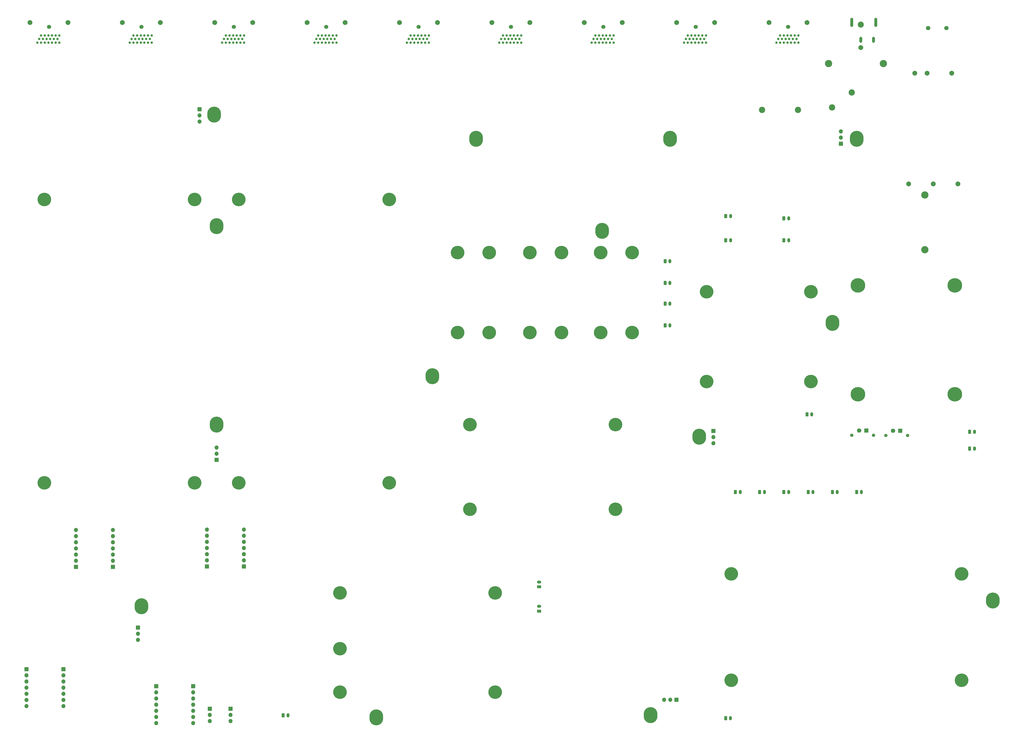
<source format=gbr>
%TF.GenerationSoftware,KiCad,Pcbnew,8.0.4*%
%TF.CreationDate,2025-04-25T16:11:04-06:00*%
%TF.ProjectId,motherboard_v1,6d6f7468-6572-4626-9f61-72645f76312e,rev?*%
%TF.SameCoordinates,Original*%
%TF.FileFunction,Soldermask,Bot*%
%TF.FilePolarity,Negative*%
%FSLAX46Y46*%
G04 Gerber Fmt 4.6, Leading zero omitted, Abs format (unit mm)*
G04 Created by KiCad (PCBNEW 8.0.4) date 2025-04-25 16:11:04*
%MOMM*%
%LPD*%
G01*
G04 APERTURE LIST*
G04 Aperture macros list*
%AMRoundRect*
0 Rectangle with rounded corners*
0 $1 Rounding radius*
0 $2 $3 $4 $5 $6 $7 $8 $9 X,Y pos of 4 corners*
0 Add a 4 corners polygon primitive as box body*
4,1,4,$2,$3,$4,$5,$6,$7,$8,$9,$2,$3,0*
0 Add four circle primitives for the rounded corners*
1,1,$1+$1,$2,$3*
1,1,$1+$1,$4,$5*
1,1,$1+$1,$6,$7*
1,1,$1+$1,$8,$9*
0 Add four rect primitives between the rounded corners*
20,1,$1+$1,$2,$3,$4,$5,0*
20,1,$1+$1,$4,$5,$6,$7,0*
20,1,$1+$1,$6,$7,$8,$9,0*
20,1,$1+$1,$8,$9,$2,$3,0*%
G04 Aperture macros list end*
%ADD10O,5.600000X6.600000*%
%ADD11C,2.000000*%
%ADD12C,1.700000*%
%ADD13C,1.000000*%
%ADD14RoundRect,0.250000X0.625000X-0.350000X0.625000X0.350000X-0.625000X0.350000X-0.625000X-0.350000X0*%
%ADD15O,1.750000X1.200000*%
%ADD16RoundRect,0.250000X-0.350000X-0.625000X0.350000X-0.625000X0.350000X0.625000X-0.350000X0.625000X0*%
%ADD17O,1.200000X1.750000*%
%ADD18C,1.350000*%
%ADD19R,1.800000X1.800000*%
%ADD20C,1.800000*%
%ADD21R,1.700000X1.700000*%
%ADD22O,1.700000X1.700000*%
%ADD23C,2.600000*%
%ADD24C,2.500000*%
%ADD25O,1.200000X3.800000*%
%ADD26O,1.200000X2.500000*%
%ADD27C,5.600000*%
%ADD28C,3.000000*%
%ADD29C,6.000000*%
G04 APERTURE END LIST*
D10*
%TO.C,H7*%
X265050000Y-288150000D03*
%TD*%
D11*
%TO.C,U2*%
X373960000Y-22990000D03*
X379040000Y-22990000D03*
X389200000Y-22990000D03*
X391740000Y-68710000D03*
X381580000Y-68710000D03*
X371420000Y-68710000D03*
%TD*%
D12*
%TO.C,J7*%
X245500000Y-3900000D03*
D13*
X240750000Y-10400000D03*
X241500000Y-8900000D03*
X242250000Y-10400000D03*
X242250000Y-7400000D03*
X243000000Y-8900000D03*
X243750000Y-7400000D03*
X243750000Y-10400000D03*
X244500000Y-8900000D03*
X245250000Y-10400000D03*
X245250000Y-7400000D03*
X246000000Y-8900000D03*
X246750000Y-7400000D03*
X246750000Y-10400000D03*
X247500000Y-8900000D03*
X248250000Y-10400000D03*
X248250000Y-7400000D03*
X249000000Y-8900000D03*
X249750000Y-7400000D03*
X249750000Y-10400000D03*
D11*
X253350000Y-2100000D03*
X237650000Y-2100000D03*
%TD*%
D14*
%TO.C,UartMux1*%
X219000000Y-235150000D03*
D15*
X219000000Y-233150000D03*
%TD*%
D16*
%TO.C,J45*%
X296000000Y-92000000D03*
D17*
X298000000Y-92000000D03*
%TD*%
D12*
%TO.C,J3*%
X93100000Y-3900000D03*
D13*
X88350000Y-10400000D03*
X89100000Y-8900000D03*
X89850000Y-10400000D03*
X89850000Y-7400000D03*
X90600000Y-8900000D03*
X91350000Y-7400000D03*
X91350000Y-10400000D03*
X92100000Y-8900000D03*
X92850000Y-10400000D03*
X92850000Y-7400000D03*
X93600000Y-8900000D03*
X94350000Y-7400000D03*
X94350000Y-10400000D03*
X95100000Y-8900000D03*
X95850000Y-10400000D03*
X95850000Y-7400000D03*
X96600000Y-8900000D03*
X97350000Y-7400000D03*
X97350000Y-10400000D03*
D11*
X100950000Y-2100000D03*
X85250000Y-2100000D03*
%TD*%
D18*
%TO.C,J10*%
X348000000Y-172561726D03*
X357000000Y-172561726D03*
D19*
X354000000Y-170601726D03*
D20*
X351000000Y-170601726D03*
%TD*%
D21*
%TO.C,q10*%
X43310000Y-226900000D03*
D22*
X43310000Y-224360000D03*
X43310000Y-221820000D03*
X43310000Y-219280000D03*
X43310000Y-216740000D03*
X43310000Y-214200000D03*
X43310000Y-211660000D03*
%TD*%
D16*
%TO.C,J18*%
X113475000Y-288175000D03*
D17*
X115475000Y-288175000D03*
%TD*%
D23*
%TO.C,J51*%
X311000000Y-38150000D03*
%TD*%
D16*
%TO.C,J35*%
X350000000Y-196000000D03*
D17*
X352000000Y-196000000D03*
%TD*%
D10*
%TO.C,H12*%
X273050000Y-50150000D03*
%TD*%
D21*
%TO.C,J57*%
X53625000Y-251947000D03*
D22*
X53625000Y-254487000D03*
X53625000Y-257027000D03*
%TD*%
D16*
%TO.C,HPHpower1*%
X329490000Y-163946726D03*
D17*
X331490000Y-163946726D03*
%TD*%
D12*
%TO.C,J1*%
X16900000Y-3900000D03*
D13*
X12150000Y-10400000D03*
X12900000Y-8900000D03*
X13650000Y-10400000D03*
X13650000Y-7400000D03*
X14400000Y-8900000D03*
X15150000Y-7400000D03*
X15150000Y-10400000D03*
X15900000Y-8900000D03*
X16650000Y-10400000D03*
X16650000Y-7400000D03*
X17400000Y-8900000D03*
X18150000Y-7400000D03*
X18150000Y-10400000D03*
X18900000Y-8900000D03*
X19650000Y-10400000D03*
X19650000Y-7400000D03*
X20400000Y-8900000D03*
X21150000Y-7400000D03*
X21150000Y-10400000D03*
D11*
X24750000Y-2100000D03*
X9050000Y-2100000D03*
%TD*%
D23*
%TO.C,J16*%
X339860000Y-37170000D03*
%TD*%
D16*
%TO.C,WU_D_GND1*%
X396625000Y-171075000D03*
D17*
X398625000Y-171075000D03*
%TD*%
D16*
%TO.C,J41*%
X320000000Y-83000000D03*
D17*
X322000000Y-83000000D03*
%TD*%
D21*
%TO.C,q9*%
X28070000Y-226900000D03*
D22*
X28070000Y-224360000D03*
X28070000Y-221820000D03*
X28070000Y-219280000D03*
X28070000Y-216740000D03*
X28070000Y-214200000D03*
X28070000Y-211660000D03*
%TD*%
D20*
%TO.C,RV1*%
X379490000Y-4353000D03*
X386990000Y-4353000D03*
%TD*%
D21*
%TO.C,J52*%
X343539000Y-52165000D03*
D22*
X343539000Y-49625000D03*
X343539000Y-47085000D03*
%TD*%
D10*
%TO.C,H8*%
X55050000Y-243150000D03*
%TD*%
D24*
%TO.C,DC1*%
X351730000Y-2960000D03*
D25*
X357860000Y-2000000D03*
D26*
X356930000Y-9210000D03*
X351730000Y-9210000D03*
D11*
X351730000Y-12460000D03*
D25*
X348000000Y-2000000D03*
%TD*%
D10*
%TO.C,H2*%
X350050000Y-50150000D03*
%TD*%
D27*
%TO.C,H15*%
X298300000Y-229741726D03*
X298300000Y-273741726D03*
X393300000Y-229741726D03*
X393300000Y-273741726D03*
%TD*%
D12*
%TO.C,J6*%
X207400000Y-3900000D03*
D13*
X202650000Y-10400000D03*
X203400000Y-8900000D03*
X204150000Y-10400000D03*
X204150000Y-7400000D03*
X204900000Y-8900000D03*
X205650000Y-7400000D03*
X205650000Y-10400000D03*
X206400000Y-8900000D03*
X207150000Y-10400000D03*
X207150000Y-7400000D03*
X207900000Y-8900000D03*
X208650000Y-7400000D03*
X208650000Y-10400000D03*
X209400000Y-8900000D03*
X210150000Y-10400000D03*
X210150000Y-7400000D03*
X210900000Y-8900000D03*
X211650000Y-7400000D03*
X211650000Y-10400000D03*
D11*
X215250000Y-2100000D03*
X199550000Y-2100000D03*
%TD*%
D27*
%TO.C,L1*%
X15000000Y-192150000D03*
X77000000Y-192150000D03*
X15000000Y-75150000D03*
X77000000Y-75150000D03*
%TD*%
D21*
%TO.C,J55*%
X79000000Y-37920000D03*
D22*
X79000000Y-40460000D03*
X79000000Y-43000000D03*
%TD*%
D16*
%TO.C,C1-HP1-1*%
X271000000Y-100641726D03*
D17*
X273000000Y-100641726D03*
%TD*%
D21*
%TO.C,J54*%
X275721000Y-281795000D03*
D22*
X273181000Y-281795000D03*
X270641000Y-281795000D03*
%TD*%
D18*
%TO.C,J11*%
X362000000Y-172601726D03*
X371000000Y-172601726D03*
D19*
X368000000Y-170641726D03*
D20*
X365000000Y-170641726D03*
%TD*%
D12*
%TO.C,J4*%
X131200000Y-3900000D03*
D13*
X126450000Y-10400000D03*
X127200000Y-8900000D03*
X127950000Y-10400000D03*
X127950000Y-7400000D03*
X128700000Y-8900000D03*
X129450000Y-7400000D03*
X129450000Y-10400000D03*
X130200000Y-8900000D03*
X130950000Y-10400000D03*
X130950000Y-7400000D03*
X131700000Y-8900000D03*
X132450000Y-7400000D03*
X132450000Y-10400000D03*
X133200000Y-8900000D03*
X133950000Y-10400000D03*
X133950000Y-7400000D03*
X134700000Y-8900000D03*
X135450000Y-7400000D03*
X135450000Y-10400000D03*
D11*
X139050000Y-2100000D03*
X123350000Y-2100000D03*
%TD*%
D10*
%TO.C,H9*%
X193050000Y-50150000D03*
%TD*%
D16*
%TO.C,J38*%
X330000000Y-196000000D03*
D17*
X332000000Y-196000000D03*
%TD*%
D27*
%TO.C,D3*%
X215266548Y-130141726D03*
X228266548Y-130141726D03*
X215266548Y-97141726D03*
X228266548Y-97141726D03*
%TD*%
%TO.C,D4*%
X185433274Y-130141726D03*
X198433274Y-130141726D03*
X185433274Y-97141726D03*
X198433274Y-97141726D03*
%TD*%
D10*
%TO.C,H1*%
X85050000Y-40150000D03*
%TD*%
D16*
%TO.C,J44*%
X320000000Y-92000000D03*
D17*
X322000000Y-92000000D03*
%TD*%
D28*
%TO.C,F2*%
X378100000Y-73350000D03*
X378100000Y-95950000D03*
%TD*%
D16*
%TO.C,J32*%
X340000000Y-196000000D03*
D17*
X342000000Y-196000000D03*
%TD*%
D10*
%TO.C,H13*%
X340050000Y-126150000D03*
%TD*%
D21*
%TO.C,J12*%
X91825000Y-285475000D03*
D22*
X91825000Y-288015000D03*
X91825000Y-290555000D03*
%TD*%
D16*
%TO.C,J42*%
X296000000Y-82000000D03*
D17*
X298000000Y-82000000D03*
%TD*%
D27*
%TO.C,L2*%
X95200000Y-192150000D03*
X157200000Y-192150000D03*
X95200000Y-75150000D03*
X157200000Y-75150000D03*
%TD*%
D21*
%TO.C,q2*%
X61110000Y-276150000D03*
D22*
X61110000Y-278690000D03*
X61110000Y-281230000D03*
X61110000Y-283770000D03*
X61110000Y-286310000D03*
X61110000Y-288850000D03*
X61110000Y-291390000D03*
D21*
X76350000Y-276150000D03*
D22*
X76350000Y-278690000D03*
X76350000Y-281230000D03*
X76350000Y-283770000D03*
X76350000Y-286310000D03*
X76350000Y-288850000D03*
X76350000Y-291390000D03*
%TD*%
D16*
%TO.C,WU_D_GND2*%
X396625000Y-178025000D03*
D17*
X398625000Y-178025000D03*
%TD*%
D16*
%TO.C,C4-HP4-1*%
X271000000Y-127150000D03*
D17*
X273000000Y-127150000D03*
%TD*%
D12*
%TO.C,J2*%
X55000000Y-3900000D03*
D13*
X50250000Y-10400000D03*
X51000000Y-8900000D03*
X51750000Y-10400000D03*
X51750000Y-7400000D03*
X52500000Y-8900000D03*
X53250000Y-7400000D03*
X53250000Y-10400000D03*
X54000000Y-8900000D03*
X54750000Y-10400000D03*
X54750000Y-7400000D03*
X55500000Y-8900000D03*
X56250000Y-7400000D03*
X56250000Y-10400000D03*
X57000000Y-8900000D03*
X57750000Y-10400000D03*
X57750000Y-7400000D03*
X58500000Y-8900000D03*
X59250000Y-7400000D03*
X59250000Y-10400000D03*
D11*
X62850000Y-2100000D03*
X47150000Y-2100000D03*
%TD*%
D27*
%TO.C,M1*%
X200900000Y-278650000D03*
X200900000Y-237650000D03*
X136900000Y-278650000D03*
X136900000Y-260650000D03*
X136900000Y-237650000D03*
%TD*%
D16*
%TO.C,J36*%
X320000000Y-196000000D03*
D17*
X322000000Y-196000000D03*
%TD*%
D29*
%TO.C,W1*%
X390500000Y-155641726D03*
X390500000Y-110641726D03*
X350500000Y-155641726D03*
X350500000Y-110641726D03*
%TD*%
D10*
%TO.C,H5*%
X86050000Y-168150000D03*
%TD*%
D16*
%TO.C,J37*%
X300000000Y-196000000D03*
D17*
X302000000Y-196000000D03*
%TD*%
D21*
%TO.C,q3*%
X43310000Y-226900000D03*
D22*
X43310000Y-224360000D03*
X43310000Y-221820000D03*
X43310000Y-219280000D03*
X43310000Y-216740000D03*
X43310000Y-214200000D03*
X43310000Y-211660000D03*
D21*
X28070000Y-226900000D03*
D22*
X28070000Y-224360000D03*
X28070000Y-221820000D03*
X28070000Y-219280000D03*
X28070000Y-216740000D03*
X28070000Y-214200000D03*
X28070000Y-211660000D03*
%TD*%
D14*
%TO.C,UartMux2*%
X219000000Y-245150000D03*
D15*
X219000000Y-243150000D03*
%TD*%
D12*
%TO.C,J9*%
X321700000Y-3900000D03*
D13*
X316950000Y-10400000D03*
X317700000Y-8900000D03*
X318450000Y-10400000D03*
X318450000Y-7400000D03*
X319200000Y-8900000D03*
X319950000Y-7400000D03*
X319950000Y-10400000D03*
X320700000Y-8900000D03*
X321450000Y-10400000D03*
X321450000Y-7400000D03*
X322200000Y-8900000D03*
X322950000Y-7400000D03*
X322950000Y-10400000D03*
X323700000Y-8900000D03*
X324450000Y-10400000D03*
X324450000Y-7400000D03*
X325200000Y-8900000D03*
X325950000Y-7400000D03*
X325950000Y-10400000D03*
D11*
X329550000Y-2100000D03*
X313850000Y-2100000D03*
%TD*%
D21*
%TO.C,q7*%
X97250000Y-226750000D03*
D22*
X97250000Y-224210000D03*
X97250000Y-221670000D03*
X97250000Y-219130000D03*
X97250000Y-216590000D03*
X97250000Y-214050000D03*
X97250000Y-211510000D03*
D21*
X82010000Y-226750000D03*
D22*
X82010000Y-224210000D03*
X82010000Y-221670000D03*
X82010000Y-219130000D03*
X82010000Y-216590000D03*
X82010000Y-214050000D03*
X82010000Y-211510000D03*
%TD*%
D16*
%TO.C,C3-HP3-1*%
X271000000Y-118150000D03*
D17*
X273000000Y-118150000D03*
%TD*%
D12*
%TO.C,J8*%
X283600000Y-3900000D03*
D13*
X278850000Y-10400000D03*
X279600000Y-8900000D03*
X280350000Y-10400000D03*
X280350000Y-7400000D03*
X281100000Y-8900000D03*
X281850000Y-7400000D03*
X281850000Y-10400000D03*
X282600000Y-8900000D03*
X283350000Y-10400000D03*
X283350000Y-7400000D03*
X284100000Y-8900000D03*
X284850000Y-7400000D03*
X284850000Y-10400000D03*
X285600000Y-8900000D03*
X286350000Y-10400000D03*
X286350000Y-7400000D03*
X287100000Y-8900000D03*
X287850000Y-7400000D03*
X287850000Y-10400000D03*
D11*
X291450000Y-2100000D03*
X275750000Y-2100000D03*
%TD*%
D27*
%TO.C,M2*%
X190500000Y-168100000D03*
X190500000Y-203100000D03*
X250500000Y-168100000D03*
X250500000Y-203100000D03*
%TD*%
D21*
%TO.C,J53*%
X86003000Y-182685000D03*
D22*
X86003000Y-180145000D03*
X86003000Y-177605000D03*
%TD*%
D16*
%TO.C,J39*%
X310000000Y-196000000D03*
D17*
X312000000Y-196000000D03*
%TD*%
D21*
%TO.C,q4*%
X82010000Y-226750000D03*
D22*
X82010000Y-224210000D03*
X82010000Y-221670000D03*
X82010000Y-219130000D03*
X82010000Y-216590000D03*
X82010000Y-214050000D03*
X82010000Y-211510000D03*
%TD*%
D10*
%TO.C,H6*%
X86050000Y-86150000D03*
%TD*%
%TO.C,H3*%
X245050000Y-88150000D03*
%TD*%
%TO.C,H10*%
X406150000Y-240800000D03*
%TD*%
%TO.C,H4*%
X175050000Y-148150000D03*
%TD*%
D23*
%TO.C,J50*%
X325800000Y-38150000D03*
%TD*%
D21*
%TO.C,J56*%
X290913000Y-170739000D03*
D22*
X290913000Y-173279000D03*
X290913000Y-175819000D03*
%TD*%
D21*
%TO.C,q8*%
X97250000Y-226750000D03*
D22*
X97250000Y-224210000D03*
X97250000Y-221670000D03*
X97250000Y-219130000D03*
X97250000Y-216590000D03*
X97250000Y-214050000D03*
X97250000Y-211510000D03*
%TD*%
D28*
%TO.C,F1*%
X338400000Y-19000000D03*
X361000000Y-19000000D03*
%TD*%
D23*
%TO.C,J15*%
X348000000Y-31000000D03*
%TD*%
D10*
%TO.C,H14*%
X151880000Y-289020000D03*
%TD*%
D16*
%TO.C,J17*%
X295975000Y-289375000D03*
D17*
X297975000Y-289375000D03*
%TD*%
D27*
%TO.C,H16*%
X288100000Y-113316726D03*
X288100000Y-150316726D03*
X331100000Y-113316726D03*
X331100000Y-150316726D03*
%TD*%
D16*
%TO.C,C2-HP2-1*%
X271000000Y-109641726D03*
D17*
X273000000Y-109641726D03*
%TD*%
D12*
%TO.C,J5*%
X169300000Y-3900000D03*
D13*
X164550000Y-10400000D03*
X165300000Y-8900000D03*
X166050000Y-10400000D03*
X166050000Y-7400000D03*
X166800000Y-8900000D03*
X167550000Y-7400000D03*
X167550000Y-10400000D03*
X168300000Y-8900000D03*
X169050000Y-10400000D03*
X169050000Y-7400000D03*
X169800000Y-8900000D03*
X170550000Y-7400000D03*
X170550000Y-10400000D03*
X171300000Y-8900000D03*
X172050000Y-10400000D03*
X172050000Y-7400000D03*
X172800000Y-8900000D03*
X173550000Y-7400000D03*
X173550000Y-10400000D03*
D11*
X177150000Y-2100000D03*
X161450000Y-2100000D03*
%TD*%
D21*
%TO.C,J13*%
X83235000Y-285455000D03*
D22*
X83235000Y-287995000D03*
X83235000Y-290535000D03*
%TD*%
D27*
%TO.C,D2*%
X244433274Y-130141726D03*
X257433274Y-130141726D03*
X244433274Y-97141726D03*
X257433274Y-97141726D03*
%TD*%
D21*
%TO.C,q1*%
X7610000Y-269150000D03*
D22*
X7610000Y-271690000D03*
X7610000Y-274230000D03*
X7610000Y-276770000D03*
X7610000Y-279310000D03*
X7610000Y-281850000D03*
X7610000Y-284390000D03*
D21*
X22850000Y-269150000D03*
D22*
X22850000Y-271690000D03*
X22850000Y-274230000D03*
X22850000Y-276770000D03*
X22850000Y-279310000D03*
X22850000Y-281850000D03*
X22850000Y-284390000D03*
%TD*%
D10*
%TO.C,H11*%
X285050000Y-173150000D03*
%TD*%
M02*

</source>
